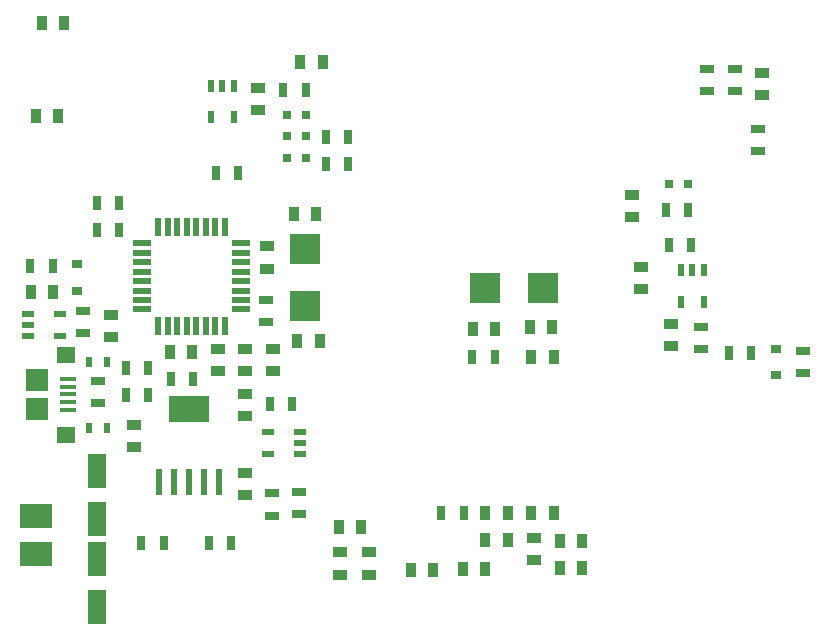
<source format=gtp>
G04*
G04 #@! TF.GenerationSoftware,Altium Limited,Altium Designer,22.5.1 (42)*
G04*
G04 Layer_Color=8421504*
%FSLAX44Y44*%
%MOMM*%
G71*
G04*
G04 #@! TF.SameCoordinates,41AE30FE-043A-47DD-A292-25B9FDFD75C8*
G04*
G04*
G04 #@! TF.FilePolarity,Positive*
G04*
G01*
G75*
%ADD15R,1.5000X0.5500*%
%ADD16R,0.5500X1.5000*%
%ADD17R,0.5500X1.0000*%
%ADD18R,1.0000X0.5500*%
%ADD19R,3.5000X2.2000*%
%ADD20R,0.6000X2.2000*%
%ADD21R,1.9000X1.9000*%
%ADD22R,1.6000X1.4000*%
%ADD23R,1.3500X0.4000*%
%ADD24R,1.6000X3.0000*%
%ADD25R,2.6000X2.5000*%
%ADD26R,2.5000X2.6000*%
%ADD27R,0.9000X1.3000*%
%ADD28R,1.3000X0.9000*%
%ADD29R,0.8382X0.6350*%
%ADD30R,2.7000X2.0000*%
%ADD31R,0.7000X1.3000*%
%ADD32R,1.3000X0.7000*%
%ADD33R,0.8000X0.8000*%
%ADD34R,0.6000X0.9000*%
D15*
X194860Y272998D02*
D03*
Y280998D02*
D03*
Y288998D02*
D03*
Y296998D02*
D03*
Y304998D02*
D03*
Y312998D02*
D03*
Y320998D02*
D03*
Y328998D02*
D03*
X110860D02*
D03*
Y320998D02*
D03*
Y312998D02*
D03*
Y304998D02*
D03*
Y296998D02*
D03*
Y288998D02*
D03*
Y280998D02*
D03*
Y272998D02*
D03*
D16*
X180860Y342998D02*
D03*
X172860D02*
D03*
X164860D02*
D03*
X156860D02*
D03*
X148860D02*
D03*
X140860D02*
D03*
X132860D02*
D03*
X124860D02*
D03*
Y258998D02*
D03*
X132860D02*
D03*
X140860D02*
D03*
X148860D02*
D03*
X156860D02*
D03*
X164860D02*
D03*
X172860D02*
D03*
X180860D02*
D03*
D17*
X188500Y462500D02*
D03*
X179000D02*
D03*
X169500D02*
D03*
X188500Y435500D02*
D03*
X169500D02*
D03*
X586500Y306500D02*
D03*
X577000D02*
D03*
X567500D02*
D03*
X586500Y279500D02*
D03*
X567500D02*
D03*
D18*
X14500Y269500D02*
D03*
Y260000D02*
D03*
Y250500D02*
D03*
X41500Y269500D02*
D03*
Y250500D02*
D03*
X244640Y150520D02*
D03*
Y160020D02*
D03*
Y169520D02*
D03*
X217640Y150520D02*
D03*
Y169520D02*
D03*
D19*
X151000Y189000D02*
D03*
D20*
X176400Y127000D02*
D03*
X163700D02*
D03*
X151000D02*
D03*
X138300D02*
D03*
X125600D02*
D03*
D21*
X21995Y189000D02*
D03*
Y213000D02*
D03*
D22*
X46495Y234000D02*
D03*
Y167000D02*
D03*
D23*
X48745Y188000D02*
D03*
Y194500D02*
D03*
Y214000D02*
D03*
Y207500D02*
D03*
Y201000D02*
D03*
D24*
X73000Y95500D02*
D03*
Y136500D02*
D03*
Y62000D02*
D03*
Y21000D02*
D03*
D25*
X249000Y324500D02*
D03*
Y275500D02*
D03*
D26*
X401500Y291000D02*
D03*
X450500D02*
D03*
D27*
X258500Y354000D02*
D03*
X239500D02*
D03*
X261500Y246000D02*
D03*
X242500D02*
D03*
X153500Y237000D02*
D03*
X134500D02*
D03*
X391000Y256000D02*
D03*
X410000D02*
D03*
X439500Y258000D02*
D03*
X458500D02*
D03*
X464500Y54000D02*
D03*
X483500D02*
D03*
X45060Y515620D02*
D03*
X26060D02*
D03*
X39980Y436880D02*
D03*
X20980D02*
D03*
X264160Y482600D02*
D03*
X245160D02*
D03*
X401500Y53000D02*
D03*
X382500D02*
D03*
X338500Y52000D02*
D03*
X357500D02*
D03*
X401500Y78000D02*
D03*
X420500D02*
D03*
X401500Y101000D02*
D03*
X420500D02*
D03*
X459500D02*
D03*
X440500D02*
D03*
X464500Y77000D02*
D03*
X483500D02*
D03*
X440500Y233000D02*
D03*
X459500D02*
D03*
X36000Y288000D02*
D03*
X17000D02*
D03*
X296520Y88900D02*
D03*
X277520D02*
D03*
D28*
X443000Y60500D02*
D03*
Y79500D02*
D03*
X198000Y182500D02*
D03*
Y201500D02*
D03*
X222000Y220500D02*
D03*
Y239500D02*
D03*
X198000Y220500D02*
D03*
Y239500D02*
D03*
X217000Y307500D02*
D03*
Y326500D02*
D03*
X209000Y460500D02*
D03*
Y441500D02*
D03*
X636000Y454500D02*
D03*
Y473500D02*
D03*
X175000Y220500D02*
D03*
Y239500D02*
D03*
X104000Y175500D02*
D03*
Y156500D02*
D03*
X198000Y115500D02*
D03*
Y134500D02*
D03*
X303000Y67500D02*
D03*
Y48500D02*
D03*
X525780Y370180D02*
D03*
Y351180D02*
D03*
X533400Y309220D02*
D03*
Y290220D02*
D03*
X85000Y249500D02*
D03*
Y268500D02*
D03*
X558800Y260960D02*
D03*
Y241960D02*
D03*
X279000Y48500D02*
D03*
Y67500D02*
D03*
D29*
X647700Y239751D02*
D03*
Y217449D02*
D03*
X56000Y311151D02*
D03*
Y288849D02*
D03*
D30*
X21000Y66000D02*
D03*
Y98000D02*
D03*
D31*
X266500Y419000D02*
D03*
X285500D02*
D03*
X266500Y396000D02*
D03*
X285500D02*
D03*
X173380Y388620D02*
D03*
X192380D02*
D03*
X110500Y75000D02*
D03*
X129500D02*
D03*
X167500D02*
D03*
X186500D02*
D03*
X91500Y363000D02*
D03*
X72500D02*
D03*
X154500Y214000D02*
D03*
X135500D02*
D03*
X249500Y459000D02*
D03*
X230500D02*
D03*
X573640Y356840D02*
D03*
X554640D02*
D03*
X97180Y223520D02*
D03*
X116180D02*
D03*
X97180Y200660D02*
D03*
X116180D02*
D03*
X383500Y101000D02*
D03*
X364500D02*
D03*
X409500Y233000D02*
D03*
X390500D02*
D03*
X607720Y236220D02*
D03*
X626720D02*
D03*
X575920Y327660D02*
D03*
X556920D02*
D03*
X72500Y340000D02*
D03*
X91500D02*
D03*
X35500Y310000D02*
D03*
X16500D02*
D03*
X219100Y193040D02*
D03*
X238100D02*
D03*
D32*
X60960Y252780D02*
D03*
Y271780D02*
D03*
X73660Y193700D02*
D03*
Y212700D02*
D03*
X215900Y262280D02*
D03*
Y281280D02*
D03*
X613000Y457500D02*
D03*
Y476500D02*
D03*
X589000Y457500D02*
D03*
Y476500D02*
D03*
X632460Y407060D02*
D03*
Y426060D02*
D03*
X670560Y219100D02*
D03*
Y238100D02*
D03*
X584200Y258420D02*
D03*
Y239420D02*
D03*
X221000Y98500D02*
D03*
Y117500D02*
D03*
X243840Y99720D02*
D03*
Y118720D02*
D03*
D33*
X234000Y420000D02*
D03*
X250000D02*
D03*
X234000Y401000D02*
D03*
X250000D02*
D03*
X234000Y438000D02*
D03*
X250000D02*
D03*
X557140Y378840D02*
D03*
X573140D02*
D03*
D34*
X81160Y172720D02*
D03*
X66160D02*
D03*
X81160Y228600D02*
D03*
X66160D02*
D03*
M02*

</source>
